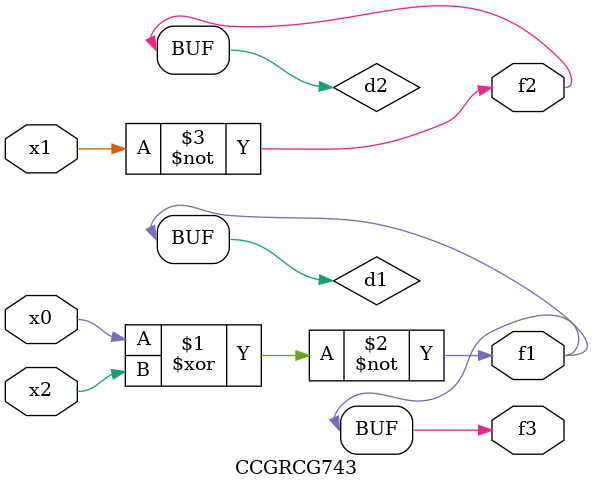
<source format=v>
module CCGRCG743(
	input x0, x1, x2,
	output f1, f2, f3
);

	wire d1, d2, d3;

	xnor (d1, x0, x2);
	nand (d2, x1);
	nor (d3, x1, x2);
	assign f1 = d1;
	assign f2 = d2;
	assign f3 = d1;
endmodule

</source>
